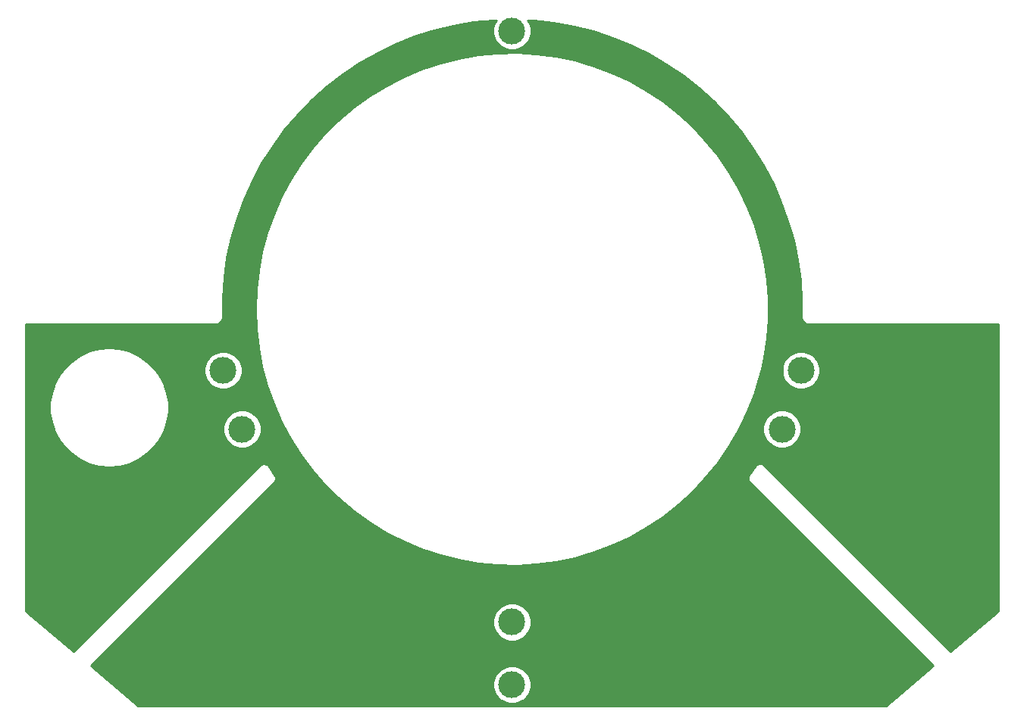
<source format=gbl>
G04 #@! TF.GenerationSoftware,KiCad,Pcbnew,(5.1.4)-1*
G04 #@! TF.CreationDate,2023-03-05T20:54:53+09:00*
G04 #@! TF.ProjectId,TopPlate,546f7050-6c61-4746-952e-6b696361645f,rev?*
G04 #@! TF.SameCoordinates,Original*
G04 #@! TF.FileFunction,Copper,L2,Bot*
G04 #@! TF.FilePolarity,Positive*
%FSLAX46Y46*%
G04 Gerber Fmt 4.6, Leading zero omitted, Abs format (unit mm)*
G04 Created by KiCad (PCBNEW (5.1.4)-1) date 2023-03-05 20:54:53*
%MOMM*%
%LPD*%
G04 APERTURE LIST*
%ADD10C,3.000000*%
%ADD11C,0.254000*%
G04 APERTURE END LIST*
D10*
X147100000Y-136200000D03*
X147100000Y-129200000D03*
X116950000Y-107620000D03*
X114830000Y-101060000D03*
X147100000Y-63100000D03*
X179380000Y-101060000D03*
X177250000Y-107620000D03*
D11*
G36*
X145207988Y-62088698D02*
G01*
X145047047Y-62477244D01*
X144965000Y-62889721D01*
X144965000Y-63310279D01*
X145047047Y-63722756D01*
X145207988Y-64111302D01*
X145441637Y-64460983D01*
X145739017Y-64758363D01*
X146088698Y-64992012D01*
X146477244Y-65152953D01*
X146889721Y-65235000D01*
X147310279Y-65235000D01*
X147722756Y-65152953D01*
X148111302Y-64992012D01*
X148460983Y-64758363D01*
X148758363Y-64460983D01*
X148992012Y-64111302D01*
X149152953Y-63722756D01*
X149235000Y-63310279D01*
X149235000Y-62889721D01*
X149152953Y-62477244D01*
X148992012Y-62088698D01*
X148872464Y-61909782D01*
X149505818Y-61934825D01*
X151750645Y-62181240D01*
X153972833Y-62583648D01*
X156161548Y-63140093D01*
X158306108Y-63847856D01*
X160396059Y-64703486D01*
X162421238Y-65702822D01*
X164371790Y-66841001D01*
X166238188Y-68112469D01*
X168011343Y-69511029D01*
X169682610Y-71029863D01*
X171243872Y-72661593D01*
X172687501Y-74398249D01*
X174006472Y-76231380D01*
X175194351Y-78152041D01*
X176245367Y-80150905D01*
X177154385Y-82218205D01*
X177916984Y-84343886D01*
X178529440Y-86517566D01*
X178988781Y-88728697D01*
X179292760Y-90966470D01*
X179439999Y-93221528D01*
X179439999Y-95167591D01*
X179436807Y-95200000D01*
X179449550Y-95329383D01*
X179487290Y-95453793D01*
X179548575Y-95568450D01*
X179631052Y-95668948D01*
X179731550Y-95751425D01*
X179846207Y-95812710D01*
X179970617Y-95850450D01*
X180067581Y-95860000D01*
X201440001Y-95860000D01*
X201440000Y-127991199D01*
X196090194Y-132456740D01*
X175254071Y-111617056D01*
X175178760Y-111555239D01*
X175064108Y-111493944D01*
X174939701Y-111456194D01*
X174810319Y-111443440D01*
X174680936Y-111456172D01*
X174556523Y-111493901D01*
X174499794Y-111524217D01*
X174499769Y-111524229D01*
X174499743Y-111524244D01*
X174441861Y-111555176D01*
X174341355Y-111637644D01*
X174258870Y-111738135D01*
X174244012Y-111765927D01*
X173594919Y-112730540D01*
X173573574Y-112756549D01*
X173512289Y-112871207D01*
X173474550Y-112995617D01*
X173461807Y-113124999D01*
X173474550Y-113254381D01*
X173512289Y-113378791D01*
X173573574Y-113493449D01*
X173635385Y-113568765D01*
X194149971Y-134083352D01*
X188859074Y-138540000D01*
X105340927Y-138540000D01*
X102313256Y-135989721D01*
X144965000Y-135989721D01*
X144965000Y-136410279D01*
X145047047Y-136822756D01*
X145207988Y-137211302D01*
X145441637Y-137560983D01*
X145739017Y-137858363D01*
X146088698Y-138092012D01*
X146477244Y-138252953D01*
X146889721Y-138335000D01*
X147310279Y-138335000D01*
X147722756Y-138252953D01*
X148111302Y-138092012D01*
X148460983Y-137858363D01*
X148758363Y-137560983D01*
X148992012Y-137211302D01*
X149152953Y-136822756D01*
X149235000Y-136410279D01*
X149235000Y-135989721D01*
X149152953Y-135577244D01*
X148992012Y-135188698D01*
X148758363Y-134839017D01*
X148460983Y-134541637D01*
X148111302Y-134307988D01*
X147722756Y-134147047D01*
X147310279Y-134065000D01*
X146889721Y-134065000D01*
X146477244Y-134147047D01*
X146088698Y-134307988D01*
X145739017Y-134541637D01*
X145441637Y-134839017D01*
X145207988Y-135188698D01*
X145047047Y-135577244D01*
X144965000Y-135989721D01*
X102313256Y-135989721D01*
X100050069Y-134083386D01*
X105144476Y-128989721D01*
X144965000Y-128989721D01*
X144965000Y-129410279D01*
X145047047Y-129822756D01*
X145207988Y-130211302D01*
X145441637Y-130560983D01*
X145739017Y-130858363D01*
X146088698Y-131092012D01*
X146477244Y-131252953D01*
X146889721Y-131335000D01*
X147310279Y-131335000D01*
X147722756Y-131252953D01*
X148111302Y-131092012D01*
X148460983Y-130858363D01*
X148758363Y-130560983D01*
X148992012Y-130211302D01*
X149152953Y-129822756D01*
X149235000Y-129410279D01*
X149235000Y-128989721D01*
X149152953Y-128577244D01*
X148992012Y-128188698D01*
X148758363Y-127839017D01*
X148460983Y-127541637D01*
X148111302Y-127307988D01*
X147722756Y-127147047D01*
X147310279Y-127065000D01*
X146889721Y-127065000D01*
X146477244Y-127147047D01*
X146088698Y-127307988D01*
X145739017Y-127541637D01*
X145441637Y-127839017D01*
X145207988Y-128188698D01*
X145047047Y-128577244D01*
X144965000Y-128989721D01*
X105144476Y-128989721D01*
X120549799Y-113586645D01*
X120611615Y-113511332D01*
X120672908Y-113396679D01*
X120710657Y-113272272D01*
X120723409Y-113142891D01*
X120710676Y-113013507D01*
X120672945Y-112889094D01*
X120611669Y-112774432D01*
X120590263Y-112748345D01*
X119941237Y-111784260D01*
X119926426Y-111756550D01*
X119843949Y-111656051D01*
X119743450Y-111573574D01*
X119685398Y-111542545D01*
X119685375Y-111542532D01*
X119685353Y-111542521D01*
X119628793Y-111512290D01*
X119504383Y-111474550D01*
X119375000Y-111461807D01*
X119245617Y-111474550D01*
X119121208Y-111512290D01*
X119006550Y-111573574D01*
X118931234Y-111635386D01*
X98111929Y-132454691D01*
X92760000Y-127943150D01*
X92760000Y-104648370D01*
X95442816Y-104648370D01*
X95442816Y-105751630D01*
X95624406Y-106839843D01*
X95982634Y-107883325D01*
X96507728Y-108853614D01*
X97185364Y-109724241D01*
X97997059Y-110471459D01*
X98920671Y-111074885D01*
X99931008Y-111518059D01*
X101000508Y-111788894D01*
X102100000Y-111880000D01*
X103199492Y-111788894D01*
X104268992Y-111518059D01*
X105279329Y-111074885D01*
X106202941Y-110471459D01*
X107014636Y-109724241D01*
X107692272Y-108853614D01*
X108217366Y-107883325D01*
X108379954Y-107409721D01*
X114815000Y-107409721D01*
X114815000Y-107830279D01*
X114897047Y-108242756D01*
X115057988Y-108631302D01*
X115291637Y-108980983D01*
X115589017Y-109278363D01*
X115938698Y-109512012D01*
X116327244Y-109672953D01*
X116739721Y-109755000D01*
X117160279Y-109755000D01*
X117572756Y-109672953D01*
X117961302Y-109512012D01*
X118310983Y-109278363D01*
X118608363Y-108980983D01*
X118842012Y-108631302D01*
X119002953Y-108242756D01*
X119085000Y-107830279D01*
X119085000Y-107409721D01*
X119002953Y-106997244D01*
X118842012Y-106608698D01*
X118608363Y-106259017D01*
X118310983Y-105961637D01*
X117961302Y-105727988D01*
X117572756Y-105567047D01*
X117160279Y-105485000D01*
X116739721Y-105485000D01*
X116327244Y-105567047D01*
X115938698Y-105727988D01*
X115589017Y-105961637D01*
X115291637Y-106259017D01*
X115057988Y-106608698D01*
X114897047Y-106997244D01*
X114815000Y-107409721D01*
X108379954Y-107409721D01*
X108575594Y-106839843D01*
X108757184Y-105751630D01*
X108757184Y-104648370D01*
X108575594Y-103560157D01*
X108217366Y-102516675D01*
X107692272Y-101546386D01*
X107150037Y-100849721D01*
X112695000Y-100849721D01*
X112695000Y-101270279D01*
X112777047Y-101682756D01*
X112937988Y-102071302D01*
X113171637Y-102420983D01*
X113469017Y-102718363D01*
X113818698Y-102952012D01*
X114207244Y-103112953D01*
X114619721Y-103195000D01*
X115040279Y-103195000D01*
X115452756Y-103112953D01*
X115841302Y-102952012D01*
X116190983Y-102718363D01*
X116488363Y-102420983D01*
X116722012Y-102071302D01*
X116882953Y-101682756D01*
X116965000Y-101270279D01*
X116965000Y-100849721D01*
X116882953Y-100437244D01*
X116722012Y-100048698D01*
X116488363Y-99699017D01*
X116190983Y-99401637D01*
X115841302Y-99167988D01*
X115452756Y-99007047D01*
X115040279Y-98925000D01*
X114619721Y-98925000D01*
X114207244Y-99007047D01*
X113818698Y-99167988D01*
X113469017Y-99401637D01*
X113171637Y-99699017D01*
X112937988Y-100048698D01*
X112777047Y-100437244D01*
X112695000Y-100849721D01*
X107150037Y-100849721D01*
X107014636Y-100675759D01*
X106202941Y-99928541D01*
X105279329Y-99325115D01*
X104268992Y-98881941D01*
X103199492Y-98611106D01*
X102100000Y-98520000D01*
X101000508Y-98611106D01*
X99931008Y-98881941D01*
X98920671Y-99325115D01*
X97997059Y-99928541D01*
X97185364Y-100675759D01*
X96507728Y-101546386D01*
X95982634Y-102516675D01*
X95624406Y-103560157D01*
X95442816Y-104648370D01*
X92760000Y-104648370D01*
X92760000Y-95860000D01*
X114132419Y-95860000D01*
X114229383Y-95850450D01*
X114353793Y-95812710D01*
X114468450Y-95751425D01*
X114568948Y-95668948D01*
X114651425Y-95568450D01*
X114712710Y-95453793D01*
X114750450Y-95329383D01*
X114763193Y-95200000D01*
X114760151Y-95169109D01*
X114764621Y-94200000D01*
X118418292Y-94200000D01*
X118500435Y-96369162D01*
X118746394Y-98525898D01*
X119154760Y-100657857D01*
X119723193Y-102752825D01*
X120448439Y-104798804D01*
X121326342Y-106784074D01*
X122351874Y-108697263D01*
X123519161Y-110527413D01*
X124821518Y-112264041D01*
X126251483Y-113897201D01*
X127800867Y-115417536D01*
X129460794Y-116816339D01*
X131221757Y-118085598D01*
X133073670Y-119218042D01*
X135005924Y-120207185D01*
X137007451Y-121047362D01*
X139066788Y-121733759D01*
X141172139Y-122262445D01*
X143311443Y-122630392D01*
X145472449Y-122835493D01*
X147642776Y-122876572D01*
X149809995Y-122753394D01*
X151961691Y-122466665D01*
X154085540Y-122018027D01*
X156169376Y-121410049D01*
X158201264Y-120646216D01*
X160169564Y-119730900D01*
X162063004Y-118669346D01*
X163870736Y-117467634D01*
X165582407Y-116132647D01*
X167188213Y-114672031D01*
X168678956Y-113094154D01*
X170046096Y-111408053D01*
X171281802Y-109623385D01*
X172378998Y-107750374D01*
X172545322Y-107409721D01*
X175115000Y-107409721D01*
X175115000Y-107830279D01*
X175197047Y-108242756D01*
X175357988Y-108631302D01*
X175591637Y-108980983D01*
X175889017Y-109278363D01*
X176238698Y-109512012D01*
X176627244Y-109672953D01*
X177039721Y-109755000D01*
X177460279Y-109755000D01*
X177872756Y-109672953D01*
X178261302Y-109512012D01*
X178610983Y-109278363D01*
X178908363Y-108980983D01*
X179142012Y-108631302D01*
X179302953Y-108242756D01*
X179385000Y-107830279D01*
X179385000Y-107409721D01*
X179302953Y-106997244D01*
X179142012Y-106608698D01*
X178908363Y-106259017D01*
X178610983Y-105961637D01*
X178261302Y-105727988D01*
X177872756Y-105567047D01*
X177460279Y-105485000D01*
X177039721Y-105485000D01*
X176627244Y-105567047D01*
X176238698Y-105727988D01*
X175889017Y-105961637D01*
X175591637Y-106259017D01*
X175357988Y-106608698D01*
X175197047Y-106997244D01*
X175115000Y-107409721D01*
X172545322Y-107409721D01*
X173331398Y-105799747D01*
X174133547Y-103782678D01*
X174780850Y-101710721D01*
X174979818Y-100849721D01*
X177245000Y-100849721D01*
X177245000Y-101270279D01*
X177327047Y-101682756D01*
X177487988Y-102071302D01*
X177721637Y-102420983D01*
X178019017Y-102718363D01*
X178368698Y-102952012D01*
X178757244Y-103112953D01*
X179169721Y-103195000D01*
X179590279Y-103195000D01*
X180002756Y-103112953D01*
X180391302Y-102952012D01*
X180740983Y-102718363D01*
X181038363Y-102420983D01*
X181272012Y-102071302D01*
X181432953Y-101682756D01*
X181515000Y-101270279D01*
X181515000Y-100849721D01*
X181432953Y-100437244D01*
X181272012Y-100048698D01*
X181038363Y-99699017D01*
X180740983Y-99401637D01*
X180391302Y-99167988D01*
X180002756Y-99007047D01*
X179590279Y-98925000D01*
X179169721Y-98925000D01*
X178757244Y-99007047D01*
X178368698Y-99167988D01*
X178019017Y-99401637D01*
X177721637Y-99699017D01*
X177487988Y-100048698D01*
X177327047Y-100437244D01*
X177245000Y-100849721D01*
X174979818Y-100849721D01*
X175269600Y-99595742D01*
X175596996Y-97449858D01*
X175761165Y-95285358D01*
X175761165Y-93114642D01*
X175596996Y-90950142D01*
X175269600Y-88804258D01*
X174780850Y-86689279D01*
X174133547Y-84617322D01*
X173331398Y-82600253D01*
X172378998Y-80649626D01*
X171281802Y-78776615D01*
X170046096Y-76991947D01*
X168678956Y-75305846D01*
X167188213Y-73727969D01*
X165582407Y-72267353D01*
X163870736Y-70932366D01*
X162063004Y-69730654D01*
X160169564Y-68669100D01*
X158201264Y-67753784D01*
X156169376Y-66989951D01*
X154085540Y-66381973D01*
X151961691Y-65933335D01*
X149809995Y-65646606D01*
X147642776Y-65523428D01*
X145472449Y-65564507D01*
X143311443Y-65769608D01*
X141172139Y-66137555D01*
X139066788Y-66666241D01*
X137007451Y-67352638D01*
X135005924Y-68192815D01*
X133073670Y-69181958D01*
X131221757Y-70314402D01*
X129460794Y-71583661D01*
X127800867Y-72982464D01*
X126251483Y-74502799D01*
X124821518Y-76135959D01*
X123519161Y-77872587D01*
X122351874Y-79702737D01*
X121326342Y-81615926D01*
X120448439Y-83601196D01*
X119723193Y-85647175D01*
X119154760Y-87742143D01*
X118746394Y-89874102D01*
X118500435Y-92030838D01*
X118418292Y-94200000D01*
X114764621Y-94200000D01*
X114770518Y-92921694D01*
X114938441Y-90669611D01*
X115263050Y-88434749D01*
X115742770Y-86227946D01*
X116375257Y-84059996D01*
X117157430Y-81941451D01*
X118085484Y-79882619D01*
X119154887Y-77893556D01*
X120360441Y-75983921D01*
X121696271Y-74163033D01*
X123155856Y-72439773D01*
X124732107Y-70822514D01*
X126417316Y-69319161D01*
X128203308Y-67937011D01*
X130081338Y-66682829D01*
X132042302Y-65562695D01*
X134076624Y-64582080D01*
X136174388Y-63745763D01*
X138325376Y-63057818D01*
X140519128Y-62521590D01*
X142744930Y-62139700D01*
X144991959Y-61914002D01*
X145331593Y-61903710D01*
X145207988Y-62088698D01*
X145207988Y-62088698D01*
G37*
X145207988Y-62088698D02*
X145047047Y-62477244D01*
X144965000Y-62889721D01*
X144965000Y-63310279D01*
X145047047Y-63722756D01*
X145207988Y-64111302D01*
X145441637Y-64460983D01*
X145739017Y-64758363D01*
X146088698Y-64992012D01*
X146477244Y-65152953D01*
X146889721Y-65235000D01*
X147310279Y-65235000D01*
X147722756Y-65152953D01*
X148111302Y-64992012D01*
X148460983Y-64758363D01*
X148758363Y-64460983D01*
X148992012Y-64111302D01*
X149152953Y-63722756D01*
X149235000Y-63310279D01*
X149235000Y-62889721D01*
X149152953Y-62477244D01*
X148992012Y-62088698D01*
X148872464Y-61909782D01*
X149505818Y-61934825D01*
X151750645Y-62181240D01*
X153972833Y-62583648D01*
X156161548Y-63140093D01*
X158306108Y-63847856D01*
X160396059Y-64703486D01*
X162421238Y-65702822D01*
X164371790Y-66841001D01*
X166238188Y-68112469D01*
X168011343Y-69511029D01*
X169682610Y-71029863D01*
X171243872Y-72661593D01*
X172687501Y-74398249D01*
X174006472Y-76231380D01*
X175194351Y-78152041D01*
X176245367Y-80150905D01*
X177154385Y-82218205D01*
X177916984Y-84343886D01*
X178529440Y-86517566D01*
X178988781Y-88728697D01*
X179292760Y-90966470D01*
X179439999Y-93221528D01*
X179439999Y-95167591D01*
X179436807Y-95200000D01*
X179449550Y-95329383D01*
X179487290Y-95453793D01*
X179548575Y-95568450D01*
X179631052Y-95668948D01*
X179731550Y-95751425D01*
X179846207Y-95812710D01*
X179970617Y-95850450D01*
X180067581Y-95860000D01*
X201440001Y-95860000D01*
X201440000Y-127991199D01*
X196090194Y-132456740D01*
X175254071Y-111617056D01*
X175178760Y-111555239D01*
X175064108Y-111493944D01*
X174939701Y-111456194D01*
X174810319Y-111443440D01*
X174680936Y-111456172D01*
X174556523Y-111493901D01*
X174499794Y-111524217D01*
X174499769Y-111524229D01*
X174499743Y-111524244D01*
X174441861Y-111555176D01*
X174341355Y-111637644D01*
X174258870Y-111738135D01*
X174244012Y-111765927D01*
X173594919Y-112730540D01*
X173573574Y-112756549D01*
X173512289Y-112871207D01*
X173474550Y-112995617D01*
X173461807Y-113124999D01*
X173474550Y-113254381D01*
X173512289Y-113378791D01*
X173573574Y-113493449D01*
X173635385Y-113568765D01*
X194149971Y-134083352D01*
X188859074Y-138540000D01*
X105340927Y-138540000D01*
X102313256Y-135989721D01*
X144965000Y-135989721D01*
X144965000Y-136410279D01*
X145047047Y-136822756D01*
X145207988Y-137211302D01*
X145441637Y-137560983D01*
X145739017Y-137858363D01*
X146088698Y-138092012D01*
X146477244Y-138252953D01*
X146889721Y-138335000D01*
X147310279Y-138335000D01*
X147722756Y-138252953D01*
X148111302Y-138092012D01*
X148460983Y-137858363D01*
X148758363Y-137560983D01*
X148992012Y-137211302D01*
X149152953Y-136822756D01*
X149235000Y-136410279D01*
X149235000Y-135989721D01*
X149152953Y-135577244D01*
X148992012Y-135188698D01*
X148758363Y-134839017D01*
X148460983Y-134541637D01*
X148111302Y-134307988D01*
X147722756Y-134147047D01*
X147310279Y-134065000D01*
X146889721Y-134065000D01*
X146477244Y-134147047D01*
X146088698Y-134307988D01*
X145739017Y-134541637D01*
X145441637Y-134839017D01*
X145207988Y-135188698D01*
X145047047Y-135577244D01*
X144965000Y-135989721D01*
X102313256Y-135989721D01*
X100050069Y-134083386D01*
X105144476Y-128989721D01*
X144965000Y-128989721D01*
X144965000Y-129410279D01*
X145047047Y-129822756D01*
X145207988Y-130211302D01*
X145441637Y-130560983D01*
X145739017Y-130858363D01*
X146088698Y-131092012D01*
X146477244Y-131252953D01*
X146889721Y-131335000D01*
X147310279Y-131335000D01*
X147722756Y-131252953D01*
X148111302Y-131092012D01*
X148460983Y-130858363D01*
X148758363Y-130560983D01*
X148992012Y-130211302D01*
X149152953Y-129822756D01*
X149235000Y-129410279D01*
X149235000Y-128989721D01*
X149152953Y-128577244D01*
X148992012Y-128188698D01*
X148758363Y-127839017D01*
X148460983Y-127541637D01*
X148111302Y-127307988D01*
X147722756Y-127147047D01*
X147310279Y-127065000D01*
X146889721Y-127065000D01*
X146477244Y-127147047D01*
X146088698Y-127307988D01*
X145739017Y-127541637D01*
X145441637Y-127839017D01*
X145207988Y-128188698D01*
X145047047Y-128577244D01*
X144965000Y-128989721D01*
X105144476Y-128989721D01*
X120549799Y-113586645D01*
X120611615Y-113511332D01*
X120672908Y-113396679D01*
X120710657Y-113272272D01*
X120723409Y-113142891D01*
X120710676Y-113013507D01*
X120672945Y-112889094D01*
X120611669Y-112774432D01*
X120590263Y-112748345D01*
X119941237Y-111784260D01*
X119926426Y-111756550D01*
X119843949Y-111656051D01*
X119743450Y-111573574D01*
X119685398Y-111542545D01*
X119685375Y-111542532D01*
X119685353Y-111542521D01*
X119628793Y-111512290D01*
X119504383Y-111474550D01*
X119375000Y-111461807D01*
X119245617Y-111474550D01*
X119121208Y-111512290D01*
X119006550Y-111573574D01*
X118931234Y-111635386D01*
X98111929Y-132454691D01*
X92760000Y-127943150D01*
X92760000Y-104648370D01*
X95442816Y-104648370D01*
X95442816Y-105751630D01*
X95624406Y-106839843D01*
X95982634Y-107883325D01*
X96507728Y-108853614D01*
X97185364Y-109724241D01*
X97997059Y-110471459D01*
X98920671Y-111074885D01*
X99931008Y-111518059D01*
X101000508Y-111788894D01*
X102100000Y-111880000D01*
X103199492Y-111788894D01*
X104268992Y-111518059D01*
X105279329Y-111074885D01*
X106202941Y-110471459D01*
X107014636Y-109724241D01*
X107692272Y-108853614D01*
X108217366Y-107883325D01*
X108379954Y-107409721D01*
X114815000Y-107409721D01*
X114815000Y-107830279D01*
X114897047Y-108242756D01*
X115057988Y-108631302D01*
X115291637Y-108980983D01*
X115589017Y-109278363D01*
X115938698Y-109512012D01*
X116327244Y-109672953D01*
X116739721Y-109755000D01*
X117160279Y-109755000D01*
X117572756Y-109672953D01*
X117961302Y-109512012D01*
X118310983Y-109278363D01*
X118608363Y-108980983D01*
X118842012Y-108631302D01*
X119002953Y-108242756D01*
X119085000Y-107830279D01*
X119085000Y-107409721D01*
X119002953Y-106997244D01*
X118842012Y-106608698D01*
X118608363Y-106259017D01*
X118310983Y-105961637D01*
X117961302Y-105727988D01*
X117572756Y-105567047D01*
X117160279Y-105485000D01*
X116739721Y-105485000D01*
X116327244Y-105567047D01*
X115938698Y-105727988D01*
X115589017Y-105961637D01*
X115291637Y-106259017D01*
X115057988Y-106608698D01*
X114897047Y-106997244D01*
X114815000Y-107409721D01*
X108379954Y-107409721D01*
X108575594Y-106839843D01*
X108757184Y-105751630D01*
X108757184Y-104648370D01*
X108575594Y-103560157D01*
X108217366Y-102516675D01*
X107692272Y-101546386D01*
X107150037Y-100849721D01*
X112695000Y-100849721D01*
X112695000Y-101270279D01*
X112777047Y-101682756D01*
X112937988Y-102071302D01*
X113171637Y-102420983D01*
X113469017Y-102718363D01*
X113818698Y-102952012D01*
X114207244Y-103112953D01*
X114619721Y-103195000D01*
X115040279Y-103195000D01*
X115452756Y-103112953D01*
X115841302Y-102952012D01*
X116190983Y-102718363D01*
X116488363Y-102420983D01*
X116722012Y-102071302D01*
X116882953Y-101682756D01*
X116965000Y-101270279D01*
X116965000Y-100849721D01*
X116882953Y-100437244D01*
X116722012Y-100048698D01*
X116488363Y-99699017D01*
X116190983Y-99401637D01*
X115841302Y-99167988D01*
X115452756Y-99007047D01*
X115040279Y-98925000D01*
X114619721Y-98925000D01*
X114207244Y-99007047D01*
X113818698Y-99167988D01*
X113469017Y-99401637D01*
X113171637Y-99699017D01*
X112937988Y-100048698D01*
X112777047Y-100437244D01*
X112695000Y-100849721D01*
X107150037Y-100849721D01*
X107014636Y-100675759D01*
X106202941Y-99928541D01*
X105279329Y-99325115D01*
X104268992Y-98881941D01*
X103199492Y-98611106D01*
X102100000Y-98520000D01*
X101000508Y-98611106D01*
X99931008Y-98881941D01*
X98920671Y-99325115D01*
X97997059Y-99928541D01*
X97185364Y-100675759D01*
X96507728Y-101546386D01*
X95982634Y-102516675D01*
X95624406Y-103560157D01*
X95442816Y-104648370D01*
X92760000Y-104648370D01*
X92760000Y-95860000D01*
X114132419Y-95860000D01*
X114229383Y-95850450D01*
X114353793Y-95812710D01*
X114468450Y-95751425D01*
X114568948Y-95668948D01*
X114651425Y-95568450D01*
X114712710Y-95453793D01*
X114750450Y-95329383D01*
X114763193Y-95200000D01*
X114760151Y-95169109D01*
X114764621Y-94200000D01*
X118418292Y-94200000D01*
X118500435Y-96369162D01*
X118746394Y-98525898D01*
X119154760Y-100657857D01*
X119723193Y-102752825D01*
X120448439Y-104798804D01*
X121326342Y-106784074D01*
X122351874Y-108697263D01*
X123519161Y-110527413D01*
X124821518Y-112264041D01*
X126251483Y-113897201D01*
X127800867Y-115417536D01*
X129460794Y-116816339D01*
X131221757Y-118085598D01*
X133073670Y-119218042D01*
X135005924Y-120207185D01*
X137007451Y-121047362D01*
X139066788Y-121733759D01*
X141172139Y-122262445D01*
X143311443Y-122630392D01*
X145472449Y-122835493D01*
X147642776Y-122876572D01*
X149809995Y-122753394D01*
X151961691Y-122466665D01*
X154085540Y-122018027D01*
X156169376Y-121410049D01*
X158201264Y-120646216D01*
X160169564Y-119730900D01*
X162063004Y-118669346D01*
X163870736Y-117467634D01*
X165582407Y-116132647D01*
X167188213Y-114672031D01*
X168678956Y-113094154D01*
X170046096Y-111408053D01*
X171281802Y-109623385D01*
X172378998Y-107750374D01*
X172545322Y-107409721D01*
X175115000Y-107409721D01*
X175115000Y-107830279D01*
X175197047Y-108242756D01*
X175357988Y-108631302D01*
X175591637Y-108980983D01*
X175889017Y-109278363D01*
X176238698Y-109512012D01*
X176627244Y-109672953D01*
X177039721Y-109755000D01*
X177460279Y-109755000D01*
X177872756Y-109672953D01*
X178261302Y-109512012D01*
X178610983Y-109278363D01*
X178908363Y-108980983D01*
X179142012Y-108631302D01*
X179302953Y-108242756D01*
X179385000Y-107830279D01*
X179385000Y-107409721D01*
X179302953Y-106997244D01*
X179142012Y-106608698D01*
X178908363Y-106259017D01*
X178610983Y-105961637D01*
X178261302Y-105727988D01*
X177872756Y-105567047D01*
X177460279Y-105485000D01*
X177039721Y-105485000D01*
X176627244Y-105567047D01*
X176238698Y-105727988D01*
X175889017Y-105961637D01*
X175591637Y-106259017D01*
X175357988Y-106608698D01*
X175197047Y-106997244D01*
X175115000Y-107409721D01*
X172545322Y-107409721D01*
X173331398Y-105799747D01*
X174133547Y-103782678D01*
X174780850Y-101710721D01*
X174979818Y-100849721D01*
X177245000Y-100849721D01*
X177245000Y-101270279D01*
X177327047Y-101682756D01*
X177487988Y-102071302D01*
X177721637Y-102420983D01*
X178019017Y-102718363D01*
X178368698Y-102952012D01*
X178757244Y-103112953D01*
X179169721Y-103195000D01*
X179590279Y-103195000D01*
X180002756Y-103112953D01*
X180391302Y-102952012D01*
X180740983Y-102718363D01*
X181038363Y-102420983D01*
X181272012Y-102071302D01*
X181432953Y-101682756D01*
X181515000Y-101270279D01*
X181515000Y-100849721D01*
X181432953Y-100437244D01*
X181272012Y-100048698D01*
X181038363Y-99699017D01*
X180740983Y-99401637D01*
X180391302Y-99167988D01*
X180002756Y-99007047D01*
X179590279Y-98925000D01*
X179169721Y-98925000D01*
X178757244Y-99007047D01*
X178368698Y-99167988D01*
X178019017Y-99401637D01*
X177721637Y-99699017D01*
X177487988Y-100048698D01*
X177327047Y-100437244D01*
X177245000Y-100849721D01*
X174979818Y-100849721D01*
X175269600Y-99595742D01*
X175596996Y-97449858D01*
X175761165Y-95285358D01*
X175761165Y-93114642D01*
X175596996Y-90950142D01*
X175269600Y-88804258D01*
X174780850Y-86689279D01*
X174133547Y-84617322D01*
X173331398Y-82600253D01*
X172378998Y-80649626D01*
X171281802Y-78776615D01*
X170046096Y-76991947D01*
X168678956Y-75305846D01*
X167188213Y-73727969D01*
X165582407Y-72267353D01*
X163870736Y-70932366D01*
X162063004Y-69730654D01*
X160169564Y-68669100D01*
X158201264Y-67753784D01*
X156169376Y-66989951D01*
X154085540Y-66381973D01*
X151961691Y-65933335D01*
X149809995Y-65646606D01*
X147642776Y-65523428D01*
X145472449Y-65564507D01*
X143311443Y-65769608D01*
X141172139Y-66137555D01*
X139066788Y-66666241D01*
X137007451Y-67352638D01*
X135005924Y-68192815D01*
X133073670Y-69181958D01*
X131221757Y-70314402D01*
X129460794Y-71583661D01*
X127800867Y-72982464D01*
X126251483Y-74502799D01*
X124821518Y-76135959D01*
X123519161Y-77872587D01*
X122351874Y-79702737D01*
X121326342Y-81615926D01*
X120448439Y-83601196D01*
X119723193Y-85647175D01*
X119154760Y-87742143D01*
X118746394Y-89874102D01*
X118500435Y-92030838D01*
X118418292Y-94200000D01*
X114764621Y-94200000D01*
X114770518Y-92921694D01*
X114938441Y-90669611D01*
X115263050Y-88434749D01*
X115742770Y-86227946D01*
X116375257Y-84059996D01*
X117157430Y-81941451D01*
X118085484Y-79882619D01*
X119154887Y-77893556D01*
X120360441Y-75983921D01*
X121696271Y-74163033D01*
X123155856Y-72439773D01*
X124732107Y-70822514D01*
X126417316Y-69319161D01*
X128203308Y-67937011D01*
X130081338Y-66682829D01*
X132042302Y-65562695D01*
X134076624Y-64582080D01*
X136174388Y-63745763D01*
X138325376Y-63057818D01*
X140519128Y-62521590D01*
X142744930Y-62139700D01*
X144991959Y-61914002D01*
X145331593Y-61903710D01*
X145207988Y-62088698D01*
M02*

</source>
